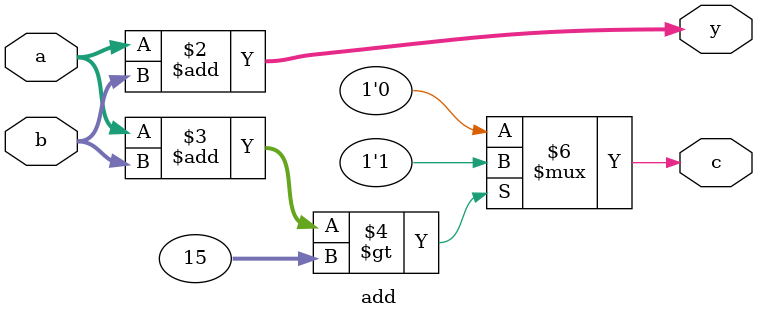
<source format=v>
`timescale 1ns / 1ps


module add(a, b, y, c);
input [3:0] a;
input [3:0] b;
output reg [3:0] y;
output reg c;

always @ (*)
begin
    c = 0;
    y = a + b;
    if (a + b > 15) c = 1;
end
endmodule

</source>
